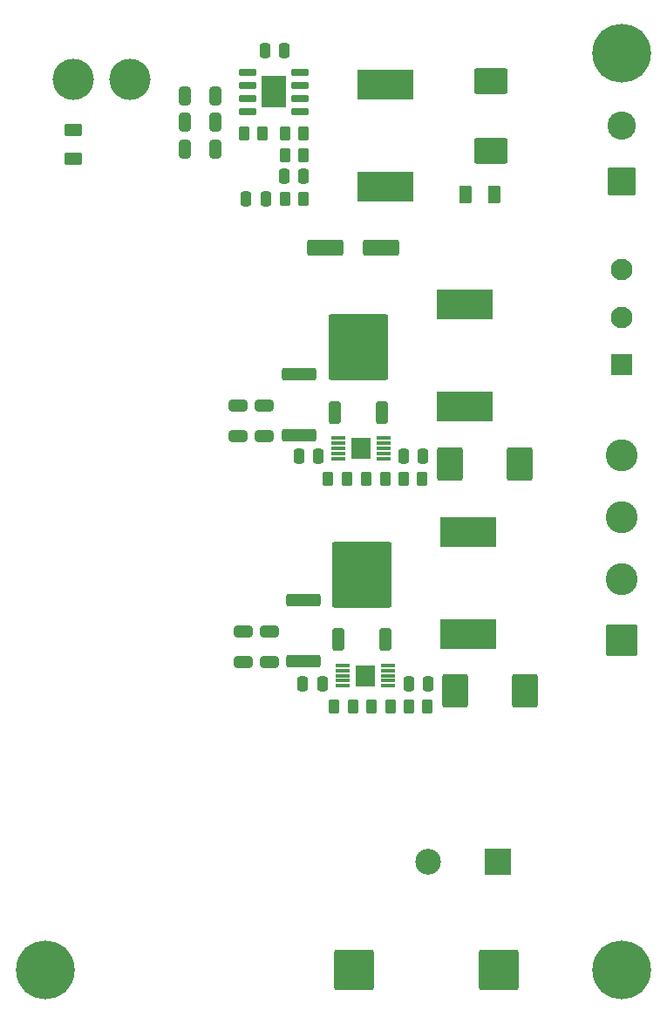
<source format=gts>
G04 #@! TF.GenerationSoftware,KiCad,Pcbnew,8.0.6*
G04 #@! TF.CreationDate,2025-04-03T20:59:00+02:00*
G04 #@! TF.ProjectId,UV-Lamp,55562d4c-616d-4702-9e6b-696361645f70,v2.0*
G04 #@! TF.SameCoordinates,Original*
G04 #@! TF.FileFunction,Soldermask,Top*
G04 #@! TF.FilePolarity,Negative*
%FSLAX46Y46*%
G04 Gerber Fmt 4.6, Leading zero omitted, Abs format (unit mm)*
G04 Created by KiCad (PCBNEW 8.0.6) date 2025-04-03 20:59:00*
%MOMM*%
%LPD*%
G01*
G04 APERTURE LIST*
G04 Aperture macros list*
%AMRoundRect*
0 Rectangle with rounded corners*
0 $1 Rounding radius*
0 $2 $3 $4 $5 $6 $7 $8 $9 X,Y pos of 4 corners*
0 Add a 4 corners polygon primitive as box body*
4,1,4,$2,$3,$4,$5,$6,$7,$8,$9,$2,$3,0*
0 Add four circle primitives for the rounded corners*
1,1,$1+$1,$2,$3*
1,1,$1+$1,$4,$5*
1,1,$1+$1,$6,$7*
1,1,$1+$1,$8,$9*
0 Add four rect primitives between the rounded corners*
20,1,$1+$1,$2,$3,$4,$5,0*
20,1,$1+$1,$4,$5,$6,$7,0*
20,1,$1+$1,$6,$7,$8,$9,0*
20,1,$1+$1,$8,$9,$2,$3,0*%
G04 Aperture macros list end*
%ADD10RoundRect,0.250000X0.650000X-0.325000X0.650000X0.325000X-0.650000X0.325000X-0.650000X-0.325000X0*%
%ADD11R,5.400000X2.900000*%
%ADD12RoundRect,0.250000X-0.262500X-0.450000X0.262500X-0.450000X0.262500X0.450000X-0.262500X0.450000X0*%
%ADD13R,1.400000X0.300000*%
%ADD14R,1.880000X2.050000*%
%ADD15RoundRect,0.250000X1.000000X-1.400000X1.000000X1.400000X-1.000000X1.400000X-1.000000X-1.400000X0*%
%ADD16RoundRect,0.250000X0.262500X0.450000X-0.262500X0.450000X-0.262500X-0.450000X0.262500X-0.450000X0*%
%ADD17RoundRect,0.250000X-0.250000X-0.475000X0.250000X-0.475000X0.250000X0.475000X-0.250000X0.475000X0*%
%ADD18RoundRect,0.250000X0.325000X0.650000X-0.325000X0.650000X-0.325000X-0.650000X0.325000X-0.650000X0*%
%ADD19RoundRect,0.250000X0.250000X0.475000X-0.250000X0.475000X-0.250000X-0.475000X0.250000X-0.475000X0*%
%ADD20RoundRect,0.250000X0.350000X-0.850000X0.350000X0.850000X-0.350000X0.850000X-0.350000X-0.850000X0*%
%ADD21RoundRect,0.249997X2.650003X-2.950003X2.650003X2.950003X-2.650003X2.950003X-2.650003X-2.950003X0*%
%ADD22RoundRect,0.250000X-1.400000X-1.000000X1.400000X-1.000000X1.400000X1.000000X-1.400000X1.000000X0*%
%ADD23RoundRect,0.250002X-1.699998X-1.699998X1.699998X-1.699998X1.699998X1.699998X-1.699998X1.699998X0*%
%ADD24C,5.700000*%
%ADD25RoundRect,0.250000X1.500000X0.550000X-1.500000X0.550000X-1.500000X-0.550000X1.500000X-0.550000X0*%
%ADD26RoundRect,0.250000X-0.625000X0.375000X-0.625000X-0.375000X0.625000X-0.375000X0.625000X0.375000X0*%
%ADD27RoundRect,0.250000X-0.375000X-0.625000X0.375000X-0.625000X0.375000X0.625000X-0.375000X0.625000X0*%
%ADD28R,2.400000X3.100000*%
%ADD29RoundRect,0.150000X-0.737500X-0.150000X0.737500X-0.150000X0.737500X0.150000X-0.737500X0.150000X0*%
%ADD30RoundRect,0.250000X1.125000X-1.125000X1.125000X1.125000X-1.125000X1.125000X-1.125000X-1.125000X0*%
%ADD31C,2.750000*%
%ADD32RoundRect,0.249999X1.300001X-1.300001X1.300001X1.300001X-1.300001X1.300001X-1.300001X-1.300001X0*%
%ADD33C,3.100000*%
%ADD34RoundRect,0.250001X0.799999X-0.799999X0.799999X0.799999X-0.799999X0.799999X-0.799999X-0.799999X0*%
%ADD35C,2.100000*%
%ADD36RoundRect,0.250000X1.425000X-0.362500X1.425000X0.362500X-1.425000X0.362500X-1.425000X-0.362500X0*%
%ADD37R,2.500000X2.500000*%
%ADD38C,2.500000*%
%ADD39C,4.000000*%
G04 APERTURE END LIST*
D10*
X132400000Y-96950000D03*
X132400000Y-94000000D03*
D11*
X144100000Y-62850000D03*
X144100000Y-72750000D03*
D12*
X130375000Y-67600000D03*
X132200000Y-67600000D03*
D13*
X143972500Y-99125000D03*
X143972500Y-98625000D03*
X143972500Y-98125000D03*
X143972500Y-97625000D03*
X143972500Y-97125000D03*
X139572500Y-97125000D03*
X139572500Y-97625000D03*
X139572500Y-98125000D03*
X139572500Y-98625000D03*
X139572500Y-99125000D03*
D14*
X141772500Y-98125000D03*
D15*
X150900000Y-121700000D03*
X157700000Y-121700000D03*
D16*
X147725000Y-101125000D03*
X145900000Y-101125000D03*
D10*
X130300000Y-118850000D03*
X130300000Y-115900000D03*
D17*
X145900000Y-98925000D03*
X147800000Y-98925000D03*
D18*
X127600000Y-69100000D03*
X124650000Y-69100000D03*
D16*
X148225000Y-123200000D03*
X146400000Y-123200000D03*
X140400000Y-101125000D03*
X138575000Y-101125000D03*
D19*
X132500000Y-73950000D03*
X130600000Y-73950000D03*
D20*
X139195000Y-94625000D03*
D21*
X141475000Y-88325000D03*
D20*
X143755000Y-94625000D03*
D11*
X152200000Y-116150000D03*
X152200000Y-106250000D03*
X151800000Y-94050000D03*
X151800000Y-84150000D03*
D22*
X154400000Y-62500000D03*
X154400000Y-69300000D03*
D23*
X141100000Y-148800000D03*
D24*
X167100000Y-59800000D03*
D25*
X143700000Y-78650000D03*
X138300000Y-78650000D03*
D17*
X135722500Y-98925000D03*
X137622500Y-98925000D03*
D26*
X113800000Y-67200000D03*
X113800000Y-70000000D03*
D24*
X167100000Y-148800000D03*
D18*
X127600000Y-63900000D03*
X124650000Y-63900000D03*
D10*
X132900000Y-118850000D03*
X132900000Y-115900000D03*
D27*
X151900000Y-73500000D03*
X154700000Y-73500000D03*
D13*
X144400000Y-121200000D03*
X144400000Y-120700000D03*
X144400000Y-120200000D03*
X144400000Y-119700000D03*
X144400000Y-119200000D03*
X140000000Y-119200000D03*
X140000000Y-119700000D03*
X140000000Y-120200000D03*
X140000000Y-120700000D03*
X140000000Y-121200000D03*
D14*
X142200000Y-120200000D03*
D15*
X150400000Y-99650000D03*
X157200000Y-99650000D03*
D16*
X136200000Y-67550000D03*
X134375000Y-67550000D03*
D24*
X111100000Y-148800000D03*
D28*
X133300000Y-63550000D03*
D29*
X130737500Y-61645000D03*
X130737500Y-62915000D03*
X130737500Y-64185000D03*
X130737500Y-65455000D03*
X135862500Y-65455000D03*
X135862500Y-64185000D03*
X135862500Y-62915000D03*
X135862500Y-61645000D03*
D20*
X139540000Y-116700000D03*
D21*
X141820000Y-110400000D03*
D20*
X144100000Y-116700000D03*
D16*
X136200000Y-69650000D03*
X134375000Y-69650000D03*
D30*
X167100000Y-72200000D03*
D31*
X167100000Y-66800000D03*
D19*
X136200000Y-71750000D03*
X134300000Y-71750000D03*
D17*
X132450000Y-59550000D03*
X134350000Y-59550000D03*
D16*
X144100000Y-101125000D03*
X142275000Y-101125000D03*
D32*
X167100000Y-116800000D03*
D33*
X167100000Y-110800000D03*
X167100000Y-104800000D03*
X167100000Y-98800000D03*
D23*
X155100000Y-148800000D03*
D16*
X141000000Y-123200000D03*
X139175000Y-123200000D03*
D34*
X167100000Y-90000000D03*
D35*
X167100000Y-85400000D03*
X167100000Y-80800000D03*
D16*
X136200000Y-73950000D03*
X134375000Y-73950000D03*
D17*
X136100000Y-121000000D03*
X138000000Y-121000000D03*
X146400000Y-121000000D03*
X148300000Y-121000000D03*
D36*
X135772500Y-96887500D03*
X135772500Y-90962500D03*
D10*
X129800000Y-96950000D03*
X129800000Y-94000000D03*
D16*
X144600000Y-123200000D03*
X142775000Y-123200000D03*
D36*
X136200000Y-118825000D03*
X136200000Y-112900000D03*
D18*
X127600000Y-66500000D03*
X124650000Y-66500000D03*
D37*
X155057500Y-138300000D03*
D38*
X148307500Y-138300000D03*
D39*
X113807500Y-62300000D03*
X119307500Y-62300000D03*
M02*

</source>
